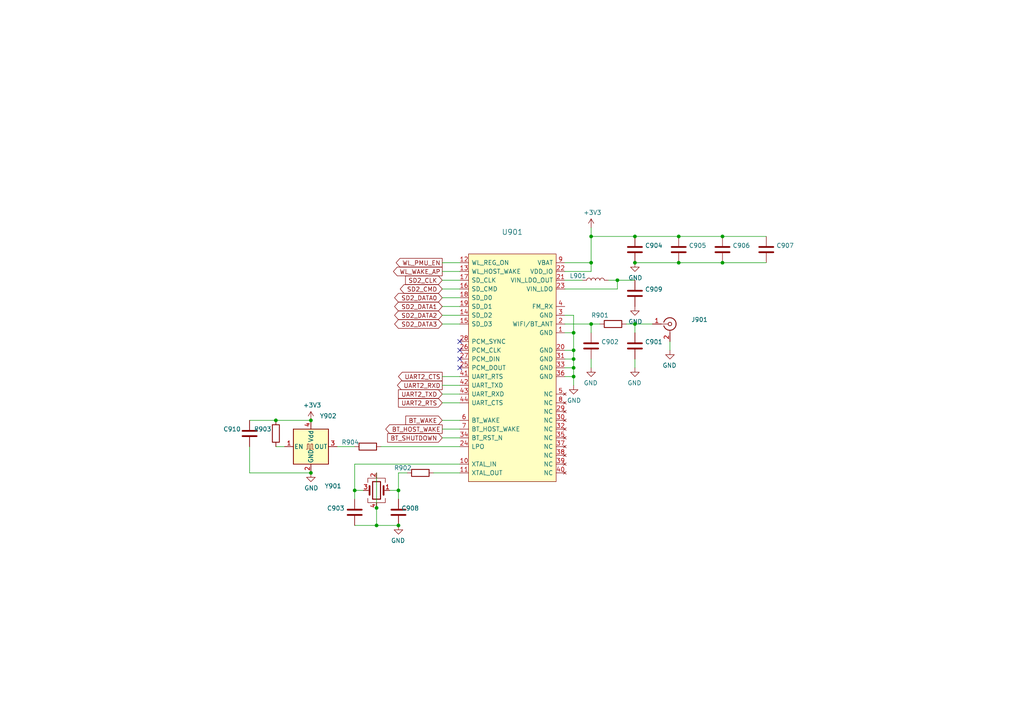
<source format=kicad_sch>
(kicad_sch (version 20211123) (generator eeschema)
  (paper "A4")
  (title_block (title "NekoInk Mainboard") (date "2021-09-28") (rev "R0.2") (company "Copyright 2021 Wenting Zhang") (comment 2 "MERCHANTABILITY, SATISFACTORY QUALITY AND FITNESS FOR A PARTICULAR PURPOSE.") (comment 3 "This source is distributed WITHOUT ANY EXPRESS OR IMPLIED WARRANTY, INCLUDING OF") (comment 4 "This source describes Open Hardware and is licensed under the CERN-OHL-P v2."))
  (lib_symbols
    (symbol "Connector:Conn_Coaxial" (pin_names (offset 1.016) hide)
      (property "Reference" "J" (at 0.254 3.048 0))
      (property "Value" "Conn_Coaxial" (at 2.921 0 90))
      (symbol "Conn_Coaxial_0_1"
        (arc (start -1.778 -0.508) (mid 0.2311 -1.8066) (end 1.778 0) (stroke (width 0.254)))
        (polyline (pts (xy -2.54 0) (xy -0.508 0)))
        (polyline (pts (xy 0 -2.54) (xy 0 -1.778)))
        (circle (center 0 0) (radius 0.508) (stroke (width 0.2032)))
        (arc (start 1.778 0) (mid 0.2099 1.8101) (end -1.778 0.508) (stroke (width 0.254)))
      )
      (symbol "Conn_Coaxial_1_1"
        (pin passive line (at -5.08 0 0) (length 2.54) (name "In") (number "1"))
        (pin passive line (at 0 -5.08 90) (length 2.54) (name "Ext") (number "2"))
      )
    )
    (symbol "Device:C" (pin_numbers hide) (pin_names (offset 0.254))
      (property "Reference" "C" (at 0.635 2.54 0))
      (property "Value" "C" (at 0.635 -2.54 0))
      (symbol "C_0_1"
        (polyline (pts (xy -2.032 -0.762) (xy 2.032 -0.762)) (stroke (width 0.508)))
        (polyline (pts (xy -2.032 0.762) (xy 2.032 0.762)) (stroke (width 0.508)))
      )
      (symbol "C_1_1"
        (pin passive line (at 0 3.81 270) (length 2.794) (name "~") (number "1"))
        (pin passive line (at 0 -3.81 90) (length 2.794) (name "~") (number "2"))
      )
    )
    (symbol "Device:Crystal_GND24" (pin_names (offset 1.016) hide)
      (property "Reference" "Y" (at 3.175 5.08 0))
      (property "Value" "Crystal_GND24" (at 3.175 3.175 0))
      (symbol "Crystal_GND24_0_1"
        (rectangle (start -1.143 2.54) (end 1.143 -2.54) (stroke (width 0.3048)))
        (polyline (pts (xy -2.54 0) (xy -2.032 0)))
        (polyline (pts (xy -2.032 -1.27) (xy -2.032 1.27)) (stroke (width 0.508)))
        (polyline (pts (xy 0 -3.81) (xy 0 -3.556)))
        (polyline (pts (xy 0 3.556) (xy 0 3.81)))
        (polyline (pts (xy 2.032 -1.27) (xy 2.032 1.27)) (stroke (width 0.508)))
        (polyline (pts (xy 2.032 0) (xy 2.54 0)))
        (polyline (pts (xy -2.54 -2.286) (xy -2.54 -3.556) (xy 2.54 -3.556) (xy 2.54 -2.286)))
        (polyline (pts (xy -2.54 2.286) (xy -2.54 3.556) (xy 2.54 3.556) (xy 2.54 2.286)))
      )
      (symbol "Crystal_GND24_1_1"
        (pin passive line (at -3.81 0 0) (length 1.27) (name "1") (number "1"))
        (pin passive line (at 0 5.08 270) (length 1.27) (name "2") (number "2"))
        (pin passive line (at 3.81 0 180) (length 1.27) (name "3") (number "3"))
        (pin passive line (at 0 -5.08 90) (length 1.27) (name "4") (number "4"))
      )
    )
    (symbol "Device:L" (pin_numbers hide) (pin_names (offset 1.016) hide)
      (property "Reference" "L" (at -1.27 0 90))
      (property "Value" "L" (at 1.905 0 90))
      (symbol "L_0_1"
        (arc (start 0 -2.54) (mid 0.635 -1.905) (end 0 -1.27))
        (arc (start 0 -1.27) (mid 0.635 -0.635) (end 0 0))
        (arc (start 0 0) (mid 0.635 0.635) (end 0 1.27))
        (arc (start 0 1.27) (mid 0.635 1.905) (end 0 2.54))
      )
      (symbol "L_1_1"
        (pin passive line (at 0 3.81 270) (length 1.27) (name "1") (number "1"))
        (pin passive line (at 0 -3.81 90) (length 1.27) (name "2") (number "2"))
      )
    )
    (symbol "Device:R" (pin_numbers hide) (pin_names (offset 0))
      (property "Reference" "R" (at 2.032 0 90))
      (property "Value" "R" (at 0 0 90))
      (symbol "R_0_1"
        (rectangle (start -1.016 -2.54) (end 1.016 2.54) (stroke (width 0.254)))
      )
      (symbol "R_1_1"
        (pin passive line (at 0 3.81 270) (length 1.27) (name "~") (number "1"))
        (pin passive line (at 0 -3.81 90) (length 1.27) (name "~") (number "2"))
      )
    )
    (symbol "Oscillator:ASE-xxxMHz" (pin_names (offset 0.254))
      (property "Reference" "X" (at -5.08 6.35 0))
      (property "Value" "ASE-xxxMHz" (at 1.27 -6.35 0))
      (symbol "ASE-xxxMHz_0_1"
        (rectangle (start -5.08 5.08) (end 5.08 -5.08) (stroke (width 0.254)) (fill (type background)))
        (polyline (pts (xy -1.27 -0.762) (xy -1.016 -0.762) (xy -1.016 0.762) (xy -0.508 0.762) (xy -0.508 -0.762) (xy 0 -0.762) (xy 0 0.762) (xy 0.508 0.762) (xy 0.508 -0.762) (xy 0.762 -0.762)))
      )
      (symbol "ASE-xxxMHz_1_1"
        (pin input line (at -7.62 0 0) (length 2.54) (name "EN") (number "1"))
        (pin power_in line (at 0 -7.62 90) (length 2.54) (name "GND") (number "2"))
        (pin output line (at 7.62 0 180) (length 2.54) (name "OUT") (number "3"))
        (pin power_in line (at 0 7.62 270) (length 2.54) (name "Vdd") (number "4"))
      )
    )
    (symbol "power:+3V3" (power) (pin_names (offset 0))
      (property "Value" "+3V3" (at 0 3.556 0))
      (symbol "+3V3_0_1"
        (polyline (pts (xy -0.762 1.27) (xy 0 2.54)))
        (polyline (pts (xy 0 0) (xy 0 2.54)))
        (polyline (pts (xy 0 2.54) (xy 0.762 1.27)))
      )
      (symbol "+3V3_1_1"
        (pin power_in line (at 0 0 90) (length 0) hide (name "+3V3") (number "1"))
      )
    )
    (symbol "power:GND" (power) (pin_names (offset 0))
      (property "Value" "GND" (at 0 -3.81 0))
      (symbol "GND_0_1"
        (polyline (pts (xy 0 0) (xy 0 -1.27) (xy 1.27 -1.27) (xy 0 -2.54) (xy -1.27 -1.27) (xy 0 -1.27)))
      )
      (symbol "GND_1_1"
        (pin power_in line (at 0 0 270) (length 0) hide (name "GND") (number "1"))
      )
    )
    (symbol "symbols:AP6330(BCM4330)" (pin_names (offset 0.889))
      (property "Reference" "U" (at -10.16 34.925 0))
      (property "Value" "AP6330(BCM4330)" (at 0 -34.925 0))
      (symbol "AP6330(BCM4330)_0_1"
        (rectangle (start 12.7 33.02) (end -12.7 -33.02) (fill (type background)))
      )
      (symbol "AP6330(BCM4330)_1_1"
        (pin power_in line (at 15.24 10.16 180) (length 2.4892) (name "GND") (number "1"))
        (pin input line (at -15.24 -27.94 0) (length 2.4892) (name "XTAL_IN") (number "10"))
        (pin output line (at -15.24 -30.48 0) (length 2.4892) (name "XTAL_OUT") (number "11"))
        (pin input line (at -15.24 30.48 0) (length 2.4892) (name "WL_REG_ON") (number "12"))
        (pin output line (at -15.24 27.94 0) (length 2.4892) (name "WL_HOST_WAKE") (number "13"))
        (pin bidirectional line (at -15.24 15.24 0) (length 2.4892) (name "SD_D2") (number "14"))
        (pin bidirectional line (at -15.24 12.7 0) (length 2.4892) (name "SD_D3") (number "15"))
        (pin bidirectional line (at -15.24 22.86 0) (length 2.4892) (name "SD_CMD") (number "16"))
        (pin input line (at -15.24 25.4 0) (length 2.4892) (name "SD_CLK") (number "17"))
        (pin bidirectional line (at -15.24 20.32 0) (length 2.4892) (name "SD_D0") (number "18"))
        (pin bidirectional line (at -15.24 17.78 0) (length 2.4892) (name "SD_D1") (number "19"))
        (pin bidirectional line (at 15.24 12.7 180) (length 2.4892) (name "WIFI/BT_ANT") (number "2"))
        (pin power_in line (at 15.24 5.08 180) (length 2.4892) (name "GND") (number "20"))
        (pin power_out line (at 15.24 25.4 180) (length 2.4892) (name "VIN_LDO_OUT") (number "21"))
        (pin power_in line (at 15.24 27.94 180) (length 2.4892) (name "VDD_IO") (number "22"))
        (pin power_in line (at 15.24 22.86 180) (length 2.4892) (name "VIN_LDO") (number "23"))
        (pin bidirectional line (at -15.24 -22.86 0) (length 2.4892) (name "LPO") (number "24"))
        (pin output line (at -15.24 0 0) (length 2.4892) (name "PCM_DOUT") (number "25"))
        (pin input line (at -15.24 5.08 0) (length 2.4892) (name "PCM_CLK") (number "26"))
        (pin input line (at -15.24 2.54 0) (length 2.4892) (name "PCM_DIN") (number "27"))
        (pin input line (at -15.24 7.62 0) (length 2.4892) (name "PCM_SYNC") (number "28"))
        (pin no_connect line (at 15.24 -12.7 180) (length 2.4892) (name "NC") (number "29"))
        (pin power_in line (at 15.24 15.24 180) (length 2.4892) (name "GND") (number "3"))
        (pin no_connect line (at 15.24 -15.24 180) (length 2.4892) (name "NC") (number "30"))
        (pin power_in line (at 15.24 2.54 180) (length 2.4892) (name "GND") (number "31"))
        (pin no_connect line (at 15.24 -17.78 180) (length 2.4892) (name "NC") (number "32"))
        (pin power_in line (at 15.24 0 180) (length 2.4892) (name "GND") (number "33"))
        (pin input line (at -15.24 -20.32 0) (length 2.4892) (name "BT_RST_N") (number "34"))
        (pin no_connect line (at 15.24 -20.32 180) (length 2.4892) (name "NC") (number "35"))
        (pin power_in line (at 15.24 -2.54 180) (length 2.4892) (name "GND") (number "36"))
        (pin no_connect line (at 15.24 -22.86 180) (length 2.4892) (name "NC") (number "37"))
        (pin no_connect line (at 15.24 -25.4 180) (length 2.4892) (name "NC") (number "38"))
        (pin no_connect line (at 15.24 -27.94 180) (length 2.4892) (name "NC") (number "39"))
        (pin input line (at 15.24 17.78 180) (length 2.4892) (name "FM_RX") (number "4"))
        (pin no_connect line (at 15.24 -30.48 180) (length 2.4892) (name "NC") (number "40"))
        (pin output line (at -15.24 -2.54 0) (length 2.4892) (name "UART_RTS") (number "41"))
        (pin output line (at -15.24 -5.08 0) (length 2.4892) (name "UART_TXD") (number "42"))
        (pin input line (at -15.24 -7.62 0) (length 2.4892) (name "UART_RXD") (number "43"))
        (pin input line (at -15.24 -10.16 0) (length 2.4892) (name "UART_CTS") (number "44"))
        (pin no_connect line (at 15.24 -7.62 180) (length 2.4892) (name "NC") (number "5"))
        (pin input line (at -15.24 -15.24 0) (length 2.4892) (name "BT_WAKE") (number "6"))
        (pin output line (at -15.24 -17.78 0) (length 2.4892) (name "BT_HOST_WAKE") (number "7"))
        (pin no_connect line (at 15.24 -10.16 180) (length 2.4892) (name "NC") (number "8"))
        (pin power_in line (at 15.24 30.48 180) (length 2.4892) (name "VBAT") (number "9"))
      )
    )
  )
  (junction (at 115.57 152.4) (diameter 0.9144))
  (junction (at 166.37 101.6))
  (junction (at 171.45 68.58))
  (junction (at 166.37 96.52))
  (junction (at 171.45 93.98) (diameter 0.9144))
  (junction (at 184.15 68.58))
  (junction (at 184.15 76.2))
  (junction (at 80.01 121.92))
  (junction (at 90.17 121.92))
  (junction (at 166.37 106.68) (diameter 0.9144))
  (junction (at 109.22 152.4) (diameter 0.9144))
  (junction (at 109.22 147.32) (diameter 0.9144))
  (junction (at 196.85 68.58))
  (junction (at 166.37 109.22) (diameter 0.9144))
  (junction (at 90.17 137.16))
  (junction (at 184.15 93.98))
  (junction (at 209.55 68.58))
  (junction (at 171.45 76.2) (diameter 0.9144))
  (junction (at 179.07 81.28))
  (junction (at 115.57 142.24) (diameter 0.9144))
  (junction (at 209.55 76.2))
  (junction (at 102.87 142.24))
  (junction (at 196.85 76.2))
  (junction (at 166.37 104.14) (diameter 0.9144))
  (no_connect (at 133.35 101.6))
  (no_connect (at 133.35 106.68))
  (no_connect (at 133.35 99.06))
  (no_connect (at 133.35 104.14))
  (wire (pts (xy 166.37 109.22) (xy 166.37 111.76)))
  (wire (pts (xy 128.27 124.46) (xy 133.35 124.46)))
  (wire (pts (xy 189.23 93.98) (xy 184.15 93.98)))
  (wire (pts (xy 72.39 121.92) (xy 80.01 121.92)))
  (wire (pts (xy 102.87 142.24) (xy 105.41 142.24)))
  (wire (pts (xy 163.83 96.52) (xy 166.37 96.52)))
  (wire (pts (xy 109.22 137.16) (xy 109.22 147.32)))
  (wire (pts (xy 102.87 144.78) (xy 102.87 142.24)))
  (wire (pts (xy 194.31 101.6) (xy 194.31 99.06)))
  (wire (pts (xy 115.57 144.78) (xy 115.57 142.24)))
  (wire (pts (xy 80.01 129.54) (xy 82.55 129.54)))
  (wire (pts (xy 222.25 76.2) (xy 209.55 76.2)))
  (wire (pts (xy 128.27 91.44) (xy 133.35 91.44)))
  (wire (pts (xy 171.45 96.52) (xy 171.45 93.98)))
  (wire (pts (xy 128.27 78.74) (xy 133.35 78.74)))
  (wire (pts (xy 196.85 76.2) (xy 209.55 76.2)))
  (wire (pts (xy 166.37 101.6) (xy 166.37 104.14)))
  (wire (pts (xy 102.87 134.62) (xy 133.35 134.62)))
  (wire (pts (xy 128.27 127) (xy 133.35 127)))
  (wire (pts (xy 166.37 106.68) (xy 166.37 109.22)))
  (wire (pts (xy 171.45 68.58) (xy 184.15 68.58)))
  (wire (pts (xy 184.15 68.58) (xy 196.85 68.58)))
  (wire (pts (xy 196.85 68.58) (xy 209.55 68.58)))
  (wire (pts (xy 209.55 68.58) (xy 222.25 68.58)))
  (wire (pts (xy 171.45 66.04) (xy 171.45 68.58)))
  (wire (pts (xy 171.45 68.58) (xy 171.45 76.2)))
  (wire (pts (xy 163.83 93.98) (xy 171.45 93.98)))
  (wire (pts (xy 115.57 142.24) (xy 115.57 137.16)))
  (wire (pts (xy 128.27 114.3) (xy 133.35 114.3)))
  (wire (pts (xy 102.87 134.62) (xy 102.87 142.24)))
  (wire (pts (xy 163.83 78.74) (xy 171.45 78.74)))
  (wire (pts (xy 102.87 152.4) (xy 109.22 152.4)))
  (wire (pts (xy 176.53 81.28) (xy 179.07 81.28)))
  (wire (pts (xy 179.07 81.28) (xy 179.07 83.82)))
  (wire (pts (xy 179.07 83.82) (xy 163.83 83.82)))
  (wire (pts (xy 128.27 88.9) (xy 133.35 88.9)))
  (wire (pts (xy 163.83 104.14) (xy 166.37 104.14)))
  (wire (pts (xy 72.39 137.16) (xy 90.17 137.16)))
  (wire (pts (xy 184.15 96.52) (xy 184.15 93.98)))
  (wire (pts (xy 128.27 86.36) (xy 133.35 86.36)))
  (wire (pts (xy 163.83 91.44) (xy 166.37 91.44)))
  (wire (pts (xy 166.37 91.44) (xy 166.37 96.52)))
  (wire (pts (xy 166.37 96.52) (xy 166.37 101.6)))
  (wire (pts (xy 171.45 104.14) (xy 171.45 106.68)))
  (wire (pts (xy 113.03 142.24) (xy 115.57 142.24)))
  (wire (pts (xy 163.83 106.68) (xy 166.37 106.68)))
  (wire (pts (xy 80.01 121.92) (xy 90.17 121.92)))
  (wire (pts (xy 128.27 121.92) (xy 133.35 121.92)))
  (wire (pts (xy 128.27 116.84) (xy 133.35 116.84)))
  (wire (pts (xy 171.45 76.2) (xy 171.45 78.74)))
  (wire (pts (xy 179.07 81.28) (xy 184.15 81.28)))
  (wire (pts (xy 72.39 129.54) (xy 72.39 137.16)))
  (wire (pts (xy 163.83 109.22) (xy 166.37 109.22)))
  (wire (pts (xy 171.45 93.98) (xy 173.99 93.98)))
  (wire (pts (xy 166.37 104.14) (xy 166.37 106.68)))
  (wire (pts (xy 163.83 81.28) (xy 168.91 81.28)))
  (wire (pts (xy 181.61 93.98) (xy 184.15 93.98)))
  (wire (pts (xy 196.85 76.2) (xy 184.15 76.2)))
  (wire (pts (xy 163.83 101.6) (xy 166.37 101.6)))
  (wire (pts (xy 109.22 152.4) (xy 115.57 152.4)))
  (wire (pts (xy 109.22 147.32) (xy 109.22 152.4)))
  (wire (pts (xy 102.87 129.54) (xy 97.79 129.54)))
  (wire (pts (xy 128.27 111.76) (xy 133.35 111.76)))
  (wire (pts (xy 128.27 83.82) (xy 133.35 83.82)))
  (wire (pts (xy 128.27 93.98) (xy 133.35 93.98)))
  (wire (pts (xy 128.27 76.2) (xy 133.35 76.2)))
  (wire (pts (xy 184.15 104.14) (xy 184.15 106.68)))
  (wire (pts (xy 128.27 109.22) (xy 133.35 109.22)))
  (wire (pts (xy 128.27 81.28) (xy 133.35 81.28)))
  (wire (pts (xy 163.83 76.2) (xy 171.45 76.2)))
  (wire (pts (xy 115.57 137.16) (xy 118.11 137.16)))
  (wire (pts (xy 125.73 137.16) (xy 133.35 137.16)))
  (wire (pts (xy 110.49 129.54) (xy 133.35 129.54)))
  (global_label "UART2_RTS" (shape input) (at 128.27 116.84 180) (property "Intersheet References" "${INTERSHEET_REFS}" (effects hide)))
  (global_label "UART2_RXD" (shape output) (at 128.27 111.76 180) (property "Intersheet References" "${INTERSHEET_REFS}" (effects hide)))
  (global_label "SD2_DATA0" (shape bidirectional) (at 128.27 86.36 180) (property "Intersheet References" "${INTERSHEET_REFS}" (effects hide)))
  (global_label "SD2_DATA2" (shape bidirectional) (at 128.27 91.44 180) (property "Intersheet References" "${INTERSHEET_REFS}" (effects hide)))
  (global_label "SD2_CLK" (shape input) (at 128.27 81.28 180) (property "Intersheet References" "${INTERSHEET_REFS}" (effects hide)))
  (global_label "UART2_TXD" (shape input) (at 128.27 114.3 180) (property "Intersheet References" "${INTERSHEET_REFS}" (effects hide)))
  (global_label "WL_PMU_EN" (shape output) (at 128.27 76.2 180) (property "Intersheet References" "${INTERSHEET_REFS}" (effects hide)))
  (global_label "BT_HOST_WAKE" (shape output) (at 128.27 124.46 180) (property "Intersheet References" "${INTERSHEET_REFS}" (effects hide)))
  (global_label "SD2_CMD" (shape bidirectional) (at 128.27 83.82 180) (property "Intersheet References" "${INTERSHEET_REFS}" (effects hide)))
  (global_label "BT_SHUTDOWN" (shape input) (at 128.27 127 180) (property "Intersheet References" "${INTERSHEET_REFS}" (effects hide)))
  (global_label "BT_WAKE" (shape input) (at 128.27 121.92 180) (property "Intersheet References" "${INTERSHEET_REFS}" (effects hide)))
  (global_label "WL_WAKE_AP" (shape output) (at 128.27 78.74 180) (property "Intersheet References" "${INTERSHEET_REFS}" (effects hide)))
  (global_label "SD2_DATA3" (shape bidirectional) (at 128.27 93.98 180) (property "Intersheet References" "${INTERSHEET_REFS}" (effects hide)))
  (global_label "UART2_CTS" (shape output) (at 128.27 109.22 180) (property "Intersheet References" "${INTERSHEET_REFS}" (effects hide)))
  (global_label "SD2_DATA1" (shape bidirectional) (at 128.27 88.9 180) (property "Intersheet References" "${INTERSHEET_REFS}" (effects hide)))
  (symbol (lib_id "Device:C") (at 102.87 148.59 0) (mirror y) (unit 1)
    (property "Reference" "C903" (at 99.949 147.4216 0) (effects (justify left)))
  )
  (symbol (lib_id "power:GND") (at 184.15 88.9 0) (unit 1)
    (property "Reference" "#PWR0908" (effects hide))
    (property "Value" "GND" (at 184.277 93.2942 0))
  )
  (symbol (lib_id "power:GND") (at 166.37 111.76 0) (unit 1)
    (property "Reference" "#PWR0905" (effects hide))
    (property "Value" "GND" (at 166.497 116.1542 0))
  )
  (symbol (lib_id "power:GND") (at 184.15 76.2 0) (unit 1)
    (property "Reference" "#PWR0907" (effects hide))
    (property "Value" "GND" (at 184.277 80.5942 0))
  )
  (symbol (lib_id "Device:R") (at 177.8 93.98 270) (unit 1)
    (property "Reference" "R901" (at 171.45 91.44 90) (effects (justify left)))
  )
  (symbol (lib_id "Device:C") (at 209.55 72.39 0) (unit 1)
    (property "Reference" "C906" (at 212.471 71.2216 0) (effects (justify left)))
  )
  (symbol (lib_id "Oscillator:ASE-xxxMHz") (at 90.17 129.54 0) (unit 1)
    (property "Reference" "Y902" (at 92.71 120.65 0) (effects (justify left)))
    (property "Datasheet" "http://www.abracon.com/Oscillators/ASV.pdf" (effects hide))
  )
  (symbol (lib_id "Device:Crystal_GND24") (at 109.22 142.24 0) (mirror y) (unit 1)
    (property "Reference" "Y901" (at 99.06 140.97 0) (effects (justify left)))
  )
  (symbol (lib_id "power:GND") (at 90.17 137.16 0) (unit 1)
    (property "Reference" "#PWR0910" (effects hide))
    (property "Value" "GND" (at 90.297 141.5542 0))
  )
  (symbol (lib_id "Device:C") (at 184.15 72.39 0) (unit 1)
    (property "Reference" "C904" (at 187.071 71.2216 0) (effects (justify left)))
  )
  (symbol (lib_id "Device:C") (at 222.25 72.39 0) (unit 1)
    (property "Reference" "C907" (at 225.171 71.2216 0) (effects (justify left)))
  )
  (symbol (lib_id "power:GND") (at 171.45 106.68 0) (mirror y) (unit 1)
    (property "Reference" "#PWR0903" (effects hide))
    (property "Value" "GND" (at 171.323 111.0742 0))
  )
  (symbol (lib_id "Device:C") (at 184.15 85.09 0) (unit 1)
    (property "Reference" "C909" (at 187.071 83.9216 0) (effects (justify left)))
  )
  (symbol (lib_id "Device:C") (at 72.39 125.73 180) (unit 1)
    (property "Reference" "C910" (at 67.31 124.46 0))
  )
  (symbol (lib_id "power:GND") (at 194.31 101.6 0) (mirror y) (unit 1)
    (property "Reference" "#PWR0901" (effects hide))
    (property "Value" "GND" (at 194.183 105.9942 0))
  )
  (symbol (lib_id "Device:C") (at 196.85 72.39 0) (unit 1)
    (property "Reference" "C905" (at 199.771 71.2216 0) (effects (justify left)))
  )
  (symbol (lib_id "power:GND") (at 184.15 106.68 0) (mirror y) (unit 1)
    (property "Reference" "#PWR0902" (effects hide))
    (property "Value" "GND" (at 184.023 111.0742 0))
  )
  (symbol (lib_id "Device:R") (at 106.68 129.54 90) (unit 1)
    (property "Reference" "R904" (at 101.6 128.27 90))
  )
  (symbol (lib_id "symbols:AP6330(BCM4330)") (at 148.59 106.68 0) (unit 1)
    (property "Reference" "U901" (at 148.59 67.31 0) (effects (font (size 1.524 1.524))))
  )
  (symbol (lib_id "Device:L") (at 172.72 81.28 90) (unit 1)
    (property "Reference" "L901" (at 167.64 80.01 90))
  )
  (symbol (lib_id "Device:R") (at 121.92 137.16 90) (mirror x) (unit 1)
    (property "Reference" "R902" (at 116.84 135.7122 90))
  )
  (symbol (lib_id "Device:C") (at 184.15 100.33 180) (unit 1)
    (property "Reference" "C901" (at 187.071 99.1616 0) (effects (justify right)))
  )
  (symbol (lib_id "Device:C") (at 171.45 100.33 180) (unit 1)
    (property "Reference" "C902" (at 174.371 99.1616 0) (effects (justify right)))
  )
  (symbol (lib_id "Device:R") (at 80.01 125.73 0) (unit 1)
    (property "Reference" "R903" (at 76.2 124.46 0))
  )
  (symbol (lib_id "Device:C") (at 115.57 148.59 0) (mirror y) (unit 1)
    (property "Reference" "C908" (at 121.539 147.4216 0) (effects (justify left)))
  )
  (symbol (lib_id "Connector:Conn_Coaxial") (at 194.31 93.98 0) (unit 1)
    (property "Reference" "J901" (at 202.8825 92.71 0))
    (property "Datasheet" " ~" (effects hide))
  )
  (symbol (lib_id "power:+3V3") (at 90.17 121.92 0) (unit 1)
    (property "Reference" "#PWR0909" (effects hide))
    (property "Value" "+3V3" (at 90.551 117.5258 0))
  )
  (symbol (lib_id "power:GND") (at 115.57 152.4 0) (mirror y) (unit 1)
    (property "Reference" "#PWR0904" (effects hide))
    (property "Value" "GND" (at 115.443 156.7942 0))
  )
  (symbol (lib_id "power:+3V3") (at 171.45 66.04 0) (unit 1)
    (property "Reference" "#PWR0906" (effects hide))
    (property "Value" "+3V3" (at 171.831 61.6458 0))
  )
)
</source>
